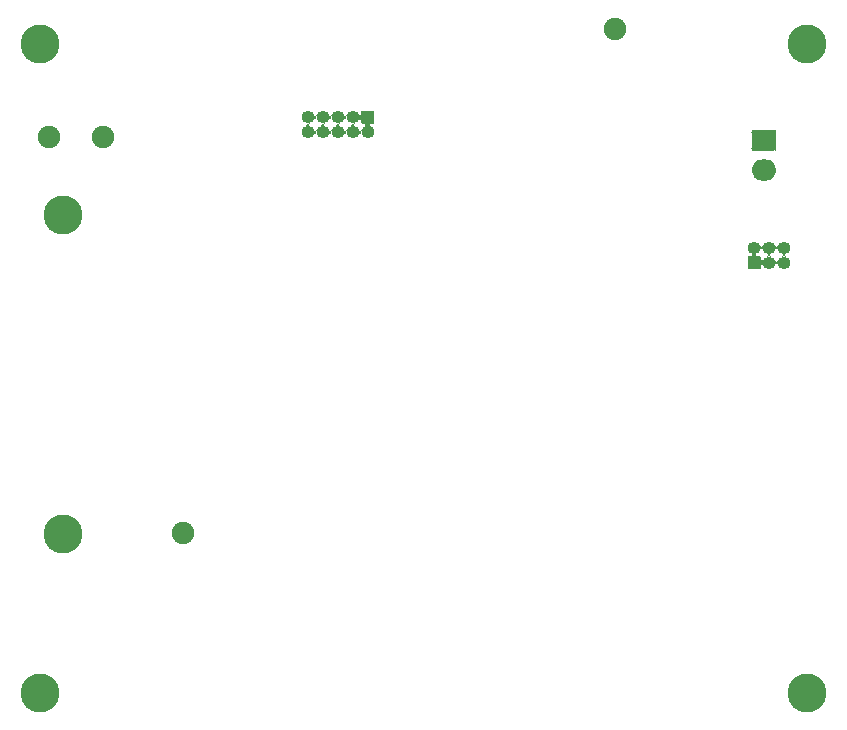
<source format=gbr>
G04 #@! TF.GenerationSoftware,KiCad,Pcbnew,5.1.9-73d0e3b20d~88~ubuntu20.04.1*
G04 #@! TF.CreationDate,2020-12-28T11:38:45+01:00*
G04 #@! TF.ProjectId,cam,63616d2e-6b69-4636-9164-5f7063625858,rev?*
G04 #@! TF.SameCoordinates,Original*
G04 #@! TF.FileFunction,Soldermask,Bot*
G04 #@! TF.FilePolarity,Negative*
%FSLAX46Y46*%
G04 Gerber Fmt 4.6, Leading zero omitted, Abs format (unit mm)*
G04 Created by KiCad (PCBNEW 5.1.9-73d0e3b20d~88~ubuntu20.04.1) date 2020-12-28 11:38:45*
%MOMM*%
%LPD*%
G01*
G04 APERTURE LIST*
%ADD10O,1.102000X1.102000*%
%ADD11C,1.902000*%
%ADD12C,3.302000*%
%ADD13O,2.102000X1.802000*%
%ADD14C,0.100000*%
G04 APERTURE END LIST*
D10*
X127698500Y-64516000D03*
X127698500Y-63246000D03*
X128968500Y-64516000D03*
X128968500Y-63246000D03*
X130238500Y-64516000D03*
X130238500Y-63246000D03*
X131508500Y-64516000D03*
X131508500Y-63246000D03*
X132778500Y-64516000D03*
G36*
G01*
X132278500Y-62695000D02*
X133278500Y-62695000D01*
G75*
G02*
X133329500Y-62746000I0J-51000D01*
G01*
X133329500Y-63746000D01*
G75*
G02*
X133278500Y-63797000I-51000J0D01*
G01*
X132278500Y-63797000D01*
G75*
G02*
X132227500Y-63746000I0J51000D01*
G01*
X132227500Y-62746000D01*
G75*
G02*
X132278500Y-62695000I51000J0D01*
G01*
G37*
X168021000Y-74295000D03*
X168021000Y-75565000D03*
X166751000Y-74295000D03*
X166751000Y-75565000D03*
X165481000Y-74295000D03*
G36*
G01*
X165981000Y-76116000D02*
X164981000Y-76116000D01*
G75*
G02*
X164930000Y-76065000I0J51000D01*
G01*
X164930000Y-75065000D01*
G75*
G02*
X164981000Y-75014000I51000J0D01*
G01*
X165981000Y-75014000D01*
G75*
G02*
X166032000Y-75065000I0J-51000D01*
G01*
X166032000Y-76065000D01*
G75*
G02*
X165981000Y-76116000I-51000J0D01*
G01*
G37*
D11*
X117094000Y-98425000D03*
X153670000Y-55753000D03*
X105791000Y-64897000D03*
X110337600Y-64897000D03*
D12*
X170000000Y-112000000D03*
X170000000Y-57000000D03*
X107000000Y-98500000D03*
X107000000Y-71500000D03*
X105000000Y-57000000D03*
X105000000Y-112000000D03*
D13*
X166319200Y-67701800D03*
G36*
G01*
X165533200Y-64300800D02*
X167105200Y-64300800D01*
G75*
G02*
X167370200Y-64565800I0J-265000D01*
G01*
X167370200Y-65837800D01*
G75*
G02*
X167105200Y-66102800I-265000J0D01*
G01*
X165533200Y-66102800D01*
G75*
G02*
X165268200Y-65837800I0J265000D01*
G01*
X165268200Y-64565800D01*
G75*
G02*
X165533200Y-64300800I265000J0D01*
G01*
G37*
D14*
G36*
X166033990Y-75242882D02*
G01*
X166036372Y-75267069D01*
X166043372Y-75290144D01*
X166054737Y-75311408D01*
X166070032Y-75330045D01*
X166088669Y-75345340D01*
X166109933Y-75356705D01*
X166133008Y-75363705D01*
X166156999Y-75366068D01*
X166180990Y-75363705D01*
X166204065Y-75356705D01*
X166225329Y-75345340D01*
X166243966Y-75330045D01*
X166259324Y-75311330D01*
X166262216Y-75307002D01*
X166264010Y-75306117D01*
X166265673Y-75307228D01*
X166265727Y-75308878D01*
X166225650Y-75405635D01*
X166204653Y-75511192D01*
X166204653Y-75618808D01*
X166225650Y-75724365D01*
X166265727Y-75821122D01*
X166265466Y-75823105D01*
X166263618Y-75823870D01*
X166262216Y-75822998D01*
X166259324Y-75818670D01*
X166243965Y-75799955D01*
X166225328Y-75784660D01*
X166204065Y-75773295D01*
X166180990Y-75766295D01*
X166156998Y-75763932D01*
X166133007Y-75766295D01*
X166109932Y-75773295D01*
X166088669Y-75784660D01*
X166070032Y-75799956D01*
X166054737Y-75818593D01*
X166043372Y-75839856D01*
X166036372Y-75862931D01*
X166033990Y-75887118D01*
X166032825Y-75888744D01*
X166030835Y-75888548D01*
X166030000Y-75886922D01*
X166030000Y-75243078D01*
X166031000Y-75241346D01*
X166033000Y-75241346D01*
X166033990Y-75242882D01*
G37*
G36*
X167500287Y-75392256D02*
G01*
X167500437Y-75394077D01*
X167495650Y-75405635D01*
X167474653Y-75511192D01*
X167474653Y-75618808D01*
X167495650Y-75724365D01*
X167500437Y-75735923D01*
X167500176Y-75737906D01*
X167498328Y-75738671D01*
X167496825Y-75737631D01*
X167488262Y-75721609D01*
X167472967Y-75702972D01*
X167454330Y-75687677D01*
X167433066Y-75676312D01*
X167409991Y-75669312D01*
X167386000Y-75666949D01*
X167362009Y-75669312D01*
X167338934Y-75676312D01*
X167317670Y-75687677D01*
X167299033Y-75702972D01*
X167283738Y-75721609D01*
X167275175Y-75737631D01*
X167273476Y-75738687D01*
X167271713Y-75737744D01*
X167271563Y-75735923D01*
X167276350Y-75724365D01*
X167297347Y-75618808D01*
X167297347Y-75511192D01*
X167276350Y-75405635D01*
X167271563Y-75394077D01*
X167271824Y-75392094D01*
X167273672Y-75391329D01*
X167275175Y-75392369D01*
X167283738Y-75408391D01*
X167299033Y-75427028D01*
X167317670Y-75442323D01*
X167338934Y-75453688D01*
X167362009Y-75460688D01*
X167386000Y-75463051D01*
X167409991Y-75460688D01*
X167433066Y-75453688D01*
X167454330Y-75442323D01*
X167472967Y-75427028D01*
X167488262Y-75408391D01*
X167496825Y-75392369D01*
X167498524Y-75391313D01*
X167500287Y-75392256D01*
G37*
G36*
X166923906Y-74815824D02*
G01*
X166924671Y-74817672D01*
X166923631Y-74819175D01*
X166907609Y-74827738D01*
X166888972Y-74843033D01*
X166873677Y-74861670D01*
X166862312Y-74882934D01*
X166855312Y-74906009D01*
X166852949Y-74930000D01*
X166855312Y-74953991D01*
X166862312Y-74977066D01*
X166873677Y-74998330D01*
X166888972Y-75016967D01*
X166907609Y-75032262D01*
X166923631Y-75040825D01*
X166924687Y-75042524D01*
X166923744Y-75044287D01*
X166921923Y-75044437D01*
X166910365Y-75039650D01*
X166804808Y-75018653D01*
X166697192Y-75018653D01*
X166591635Y-75039650D01*
X166580077Y-75044437D01*
X166578094Y-75044176D01*
X166577329Y-75042328D01*
X166578369Y-75040825D01*
X166594391Y-75032262D01*
X166613028Y-75016967D01*
X166628323Y-74998330D01*
X166639688Y-74977066D01*
X166646688Y-74953991D01*
X166649051Y-74930000D01*
X166646688Y-74906009D01*
X166639688Y-74882934D01*
X166628323Y-74861670D01*
X166613028Y-74843033D01*
X166594391Y-74827738D01*
X166578369Y-74819175D01*
X166577313Y-74817476D01*
X166578256Y-74815713D01*
X166580077Y-74815563D01*
X166591635Y-74820350D01*
X166697192Y-74841347D01*
X166804808Y-74841347D01*
X166910365Y-74820350D01*
X166921923Y-74815563D01*
X166923906Y-74815824D01*
G37*
G36*
X168193906Y-74815824D02*
G01*
X168194671Y-74817672D01*
X168193631Y-74819175D01*
X168177609Y-74827738D01*
X168158972Y-74843033D01*
X168143677Y-74861670D01*
X168132312Y-74882934D01*
X168125312Y-74906009D01*
X168122949Y-74930000D01*
X168125312Y-74953991D01*
X168132312Y-74977066D01*
X168143677Y-74998330D01*
X168158972Y-75016967D01*
X168177609Y-75032262D01*
X168193631Y-75040825D01*
X168194687Y-75042524D01*
X168193744Y-75044287D01*
X168191923Y-75044437D01*
X168180365Y-75039650D01*
X168074808Y-75018653D01*
X167967192Y-75018653D01*
X167861635Y-75039650D01*
X167850077Y-75044437D01*
X167848094Y-75044176D01*
X167847329Y-75042328D01*
X167848369Y-75040825D01*
X167864391Y-75032262D01*
X167883028Y-75016967D01*
X167898323Y-74998330D01*
X167909688Y-74977066D01*
X167916688Y-74953991D01*
X167919051Y-74930000D01*
X167916688Y-74906009D01*
X167909688Y-74882934D01*
X167898323Y-74861670D01*
X167883028Y-74843033D01*
X167864391Y-74827738D01*
X167848369Y-74819175D01*
X167847313Y-74817476D01*
X167848256Y-74815713D01*
X167850077Y-74815563D01*
X167861635Y-74820350D01*
X167967192Y-74841347D01*
X168074808Y-74841347D01*
X168180365Y-74820350D01*
X168191923Y-74815563D01*
X168193906Y-74815824D01*
G37*
G36*
X165739105Y-74780534D02*
G01*
X165739870Y-74782382D01*
X165738998Y-74783784D01*
X165734670Y-74786676D01*
X165715955Y-74802035D01*
X165700660Y-74820672D01*
X165689295Y-74841935D01*
X165682295Y-74865010D01*
X165679932Y-74889001D01*
X165682295Y-74912993D01*
X165689295Y-74936068D01*
X165700660Y-74957331D01*
X165715956Y-74975968D01*
X165734593Y-74991263D01*
X165755856Y-75002628D01*
X165778931Y-75009628D01*
X165803118Y-75012010D01*
X165804744Y-75013175D01*
X165804548Y-75015165D01*
X165802922Y-75016000D01*
X165159078Y-75016000D01*
X165157346Y-75015000D01*
X165157346Y-75013000D01*
X165158882Y-75012010D01*
X165183069Y-75009628D01*
X165206144Y-75002628D01*
X165227408Y-74991263D01*
X165246045Y-74975968D01*
X165261340Y-74957331D01*
X165272705Y-74936067D01*
X165279705Y-74912992D01*
X165282068Y-74889001D01*
X165279705Y-74865010D01*
X165272705Y-74841935D01*
X165261340Y-74820671D01*
X165246045Y-74802034D01*
X165227330Y-74786676D01*
X165223002Y-74783784D01*
X165222117Y-74781990D01*
X165223228Y-74780327D01*
X165224878Y-74780273D01*
X165321635Y-74820350D01*
X165427192Y-74841347D01*
X165534808Y-74841347D01*
X165640365Y-74820350D01*
X165737122Y-74780273D01*
X165739105Y-74780534D01*
G37*
G36*
X166230287Y-74122256D02*
G01*
X166230437Y-74124077D01*
X166225650Y-74135635D01*
X166204653Y-74241192D01*
X166204653Y-74348808D01*
X166225650Y-74454365D01*
X166230437Y-74465923D01*
X166230176Y-74467906D01*
X166228328Y-74468671D01*
X166226825Y-74467631D01*
X166218262Y-74451609D01*
X166202967Y-74432972D01*
X166184330Y-74417677D01*
X166163066Y-74406312D01*
X166139991Y-74399312D01*
X166116000Y-74396949D01*
X166092009Y-74399312D01*
X166068934Y-74406312D01*
X166047670Y-74417677D01*
X166029033Y-74432972D01*
X166013738Y-74451609D01*
X166005175Y-74467631D01*
X166003476Y-74468687D01*
X166001713Y-74467744D01*
X166001563Y-74465923D01*
X166006350Y-74454365D01*
X166027347Y-74348808D01*
X166027347Y-74241192D01*
X166006350Y-74135635D01*
X166001563Y-74124077D01*
X166001824Y-74122094D01*
X166003672Y-74121329D01*
X166005175Y-74122369D01*
X166013738Y-74138391D01*
X166029033Y-74157028D01*
X166047670Y-74172323D01*
X166068934Y-74183688D01*
X166092009Y-74190688D01*
X166116000Y-74193051D01*
X166139991Y-74190688D01*
X166163066Y-74183688D01*
X166184330Y-74172323D01*
X166202967Y-74157028D01*
X166218262Y-74138391D01*
X166226825Y-74122369D01*
X166228524Y-74121313D01*
X166230287Y-74122256D01*
G37*
G36*
X167500287Y-74122256D02*
G01*
X167500437Y-74124077D01*
X167495650Y-74135635D01*
X167474653Y-74241192D01*
X167474653Y-74348808D01*
X167495650Y-74454365D01*
X167500437Y-74465923D01*
X167500176Y-74467906D01*
X167498328Y-74468671D01*
X167496825Y-74467631D01*
X167488262Y-74451609D01*
X167472967Y-74432972D01*
X167454330Y-74417677D01*
X167433066Y-74406312D01*
X167409991Y-74399312D01*
X167386000Y-74396949D01*
X167362009Y-74399312D01*
X167338934Y-74406312D01*
X167317670Y-74417677D01*
X167299033Y-74432972D01*
X167283738Y-74451609D01*
X167275175Y-74467631D01*
X167273476Y-74468687D01*
X167271713Y-74467744D01*
X167271563Y-74465923D01*
X167276350Y-74454365D01*
X167297347Y-74348808D01*
X167297347Y-74241192D01*
X167276350Y-74135635D01*
X167271563Y-74124077D01*
X167271824Y-74122094D01*
X167273672Y-74121329D01*
X167275175Y-74122369D01*
X167283738Y-74138391D01*
X167299033Y-74157028D01*
X167317670Y-74172323D01*
X167338934Y-74183688D01*
X167362009Y-74190688D01*
X167386000Y-74193051D01*
X167409991Y-74190688D01*
X167433066Y-74183688D01*
X167454330Y-74172323D01*
X167472967Y-74157028D01*
X167488262Y-74138391D01*
X167496825Y-74122369D01*
X167498524Y-74121313D01*
X167500287Y-74122256D01*
G37*
G36*
X167371365Y-65836174D02*
G01*
X167372200Y-65837800D01*
X167372200Y-65919897D01*
X167372190Y-65920093D01*
X167368201Y-65960596D01*
X167368125Y-65960981D01*
X167358099Y-65994033D01*
X167357949Y-65994395D01*
X167341672Y-66024846D01*
X167341454Y-66025172D01*
X167319545Y-66051868D01*
X167319268Y-66052145D01*
X167292572Y-66074054D01*
X167292246Y-66074272D01*
X167261795Y-66090549D01*
X167261433Y-66090699D01*
X167228381Y-66100725D01*
X167227996Y-66100801D01*
X167187493Y-66104790D01*
X167187297Y-66104800D01*
X167105200Y-66104800D01*
X167103468Y-66103800D01*
X167103468Y-66101800D01*
X167105004Y-66100810D01*
X167156504Y-66095738D01*
X167205842Y-66080771D01*
X167251310Y-66056468D01*
X167291162Y-66023762D01*
X167323868Y-65983910D01*
X167348171Y-65938442D01*
X167363138Y-65889104D01*
X167368210Y-65837604D01*
X167369375Y-65835978D01*
X167371365Y-65836174D01*
G37*
G36*
X165270190Y-65837604D02*
G01*
X165275262Y-65889104D01*
X165290229Y-65938442D01*
X165314532Y-65983910D01*
X165347238Y-66023762D01*
X165387090Y-66056468D01*
X165432558Y-66080771D01*
X165481896Y-66095738D01*
X165533396Y-66100810D01*
X165535022Y-66101975D01*
X165534826Y-66103965D01*
X165533200Y-66104800D01*
X165451103Y-66104800D01*
X165450907Y-66104790D01*
X165410404Y-66100801D01*
X165410019Y-66100725D01*
X165376967Y-66090699D01*
X165376605Y-66090549D01*
X165346154Y-66074272D01*
X165345828Y-66074054D01*
X165319132Y-66052145D01*
X165318855Y-66051868D01*
X165296946Y-66025172D01*
X165296728Y-66024846D01*
X165280451Y-65994395D01*
X165280301Y-65994033D01*
X165270275Y-65960981D01*
X165270199Y-65960596D01*
X165266210Y-65920093D01*
X165266200Y-65919897D01*
X165266200Y-65837800D01*
X165267200Y-65836068D01*
X165269200Y-65836068D01*
X165270190Y-65837604D01*
G37*
G36*
X132257787Y-64343256D02*
G01*
X132257937Y-64345077D01*
X132253150Y-64356635D01*
X132232153Y-64462192D01*
X132232153Y-64569808D01*
X132253150Y-64675365D01*
X132257937Y-64686923D01*
X132257676Y-64688906D01*
X132255828Y-64689671D01*
X132254325Y-64688631D01*
X132245762Y-64672609D01*
X132230467Y-64653972D01*
X132211830Y-64638677D01*
X132190566Y-64627312D01*
X132167491Y-64620312D01*
X132143500Y-64617949D01*
X132119509Y-64620312D01*
X132096434Y-64627312D01*
X132075170Y-64638677D01*
X132056533Y-64653972D01*
X132041238Y-64672609D01*
X132032675Y-64688631D01*
X132030976Y-64689687D01*
X132029213Y-64688744D01*
X132029063Y-64686923D01*
X132033850Y-64675365D01*
X132054847Y-64569808D01*
X132054847Y-64462192D01*
X132033850Y-64356635D01*
X132029063Y-64345077D01*
X132029324Y-64343094D01*
X132031172Y-64342329D01*
X132032675Y-64343369D01*
X132041238Y-64359391D01*
X132056533Y-64378028D01*
X132075170Y-64393323D01*
X132096434Y-64404688D01*
X132119509Y-64411688D01*
X132143500Y-64414051D01*
X132167491Y-64411688D01*
X132190566Y-64404688D01*
X132211830Y-64393323D01*
X132230467Y-64378028D01*
X132245762Y-64359391D01*
X132254325Y-64343369D01*
X132256024Y-64342313D01*
X132257787Y-64343256D01*
G37*
G36*
X128447787Y-64343256D02*
G01*
X128447937Y-64345077D01*
X128443150Y-64356635D01*
X128422153Y-64462192D01*
X128422153Y-64569808D01*
X128443150Y-64675365D01*
X128447937Y-64686923D01*
X128447676Y-64688906D01*
X128445828Y-64689671D01*
X128444325Y-64688631D01*
X128435762Y-64672609D01*
X128420467Y-64653972D01*
X128401830Y-64638677D01*
X128380566Y-64627312D01*
X128357491Y-64620312D01*
X128333500Y-64617949D01*
X128309509Y-64620312D01*
X128286434Y-64627312D01*
X128265170Y-64638677D01*
X128246533Y-64653972D01*
X128231238Y-64672609D01*
X128222675Y-64688631D01*
X128220976Y-64689687D01*
X128219213Y-64688744D01*
X128219063Y-64686923D01*
X128223850Y-64675365D01*
X128244847Y-64569808D01*
X128244847Y-64462192D01*
X128223850Y-64356635D01*
X128219063Y-64345077D01*
X128219324Y-64343094D01*
X128221172Y-64342329D01*
X128222675Y-64343369D01*
X128231238Y-64359391D01*
X128246533Y-64378028D01*
X128265170Y-64393323D01*
X128286434Y-64404688D01*
X128309509Y-64411688D01*
X128333500Y-64414051D01*
X128357491Y-64411688D01*
X128380566Y-64404688D01*
X128401830Y-64393323D01*
X128420467Y-64378028D01*
X128435762Y-64359391D01*
X128444325Y-64343369D01*
X128446024Y-64342313D01*
X128447787Y-64343256D01*
G37*
G36*
X129717787Y-64343256D02*
G01*
X129717937Y-64345077D01*
X129713150Y-64356635D01*
X129692153Y-64462192D01*
X129692153Y-64569808D01*
X129713150Y-64675365D01*
X129717937Y-64686923D01*
X129717676Y-64688906D01*
X129715828Y-64689671D01*
X129714325Y-64688631D01*
X129705762Y-64672609D01*
X129690467Y-64653972D01*
X129671830Y-64638677D01*
X129650566Y-64627312D01*
X129627491Y-64620312D01*
X129603500Y-64617949D01*
X129579509Y-64620312D01*
X129556434Y-64627312D01*
X129535170Y-64638677D01*
X129516533Y-64653972D01*
X129501238Y-64672609D01*
X129492675Y-64688631D01*
X129490976Y-64689687D01*
X129489213Y-64688744D01*
X129489063Y-64686923D01*
X129493850Y-64675365D01*
X129514847Y-64569808D01*
X129514847Y-64462192D01*
X129493850Y-64356635D01*
X129489063Y-64345077D01*
X129489324Y-64343094D01*
X129491172Y-64342329D01*
X129492675Y-64343369D01*
X129501238Y-64359391D01*
X129516533Y-64378028D01*
X129535170Y-64393323D01*
X129556434Y-64404688D01*
X129579509Y-64411688D01*
X129603500Y-64414051D01*
X129627491Y-64411688D01*
X129650566Y-64404688D01*
X129671830Y-64393323D01*
X129690467Y-64378028D01*
X129705762Y-64359391D01*
X129714325Y-64343369D01*
X129716024Y-64342313D01*
X129717787Y-64343256D01*
G37*
G36*
X130987787Y-64343256D02*
G01*
X130987937Y-64345077D01*
X130983150Y-64356635D01*
X130962153Y-64462192D01*
X130962153Y-64569808D01*
X130983150Y-64675365D01*
X130987937Y-64686923D01*
X130987676Y-64688906D01*
X130985828Y-64689671D01*
X130984325Y-64688631D01*
X130975762Y-64672609D01*
X130960467Y-64653972D01*
X130941830Y-64638677D01*
X130920566Y-64627312D01*
X130897491Y-64620312D01*
X130873500Y-64617949D01*
X130849509Y-64620312D01*
X130826434Y-64627312D01*
X130805170Y-64638677D01*
X130786533Y-64653972D01*
X130771238Y-64672609D01*
X130762675Y-64688631D01*
X130760976Y-64689687D01*
X130759213Y-64688744D01*
X130759063Y-64686923D01*
X130763850Y-64675365D01*
X130784847Y-64569808D01*
X130784847Y-64462192D01*
X130763850Y-64356635D01*
X130759063Y-64345077D01*
X130759324Y-64343094D01*
X130761172Y-64342329D01*
X130762675Y-64343369D01*
X130771238Y-64359391D01*
X130786533Y-64378028D01*
X130805170Y-64393323D01*
X130826434Y-64404688D01*
X130849509Y-64411688D01*
X130873500Y-64414051D01*
X130897491Y-64411688D01*
X130920566Y-64404688D01*
X130941830Y-64393323D01*
X130960467Y-64378028D01*
X130975762Y-64359391D01*
X130984325Y-64343369D01*
X130986024Y-64342313D01*
X130987787Y-64343256D01*
G37*
G36*
X165534932Y-64299800D02*
G01*
X165534932Y-64301800D01*
X165533396Y-64302790D01*
X165481896Y-64307862D01*
X165432558Y-64322829D01*
X165387090Y-64347132D01*
X165347238Y-64379838D01*
X165314532Y-64419690D01*
X165290229Y-64465158D01*
X165275262Y-64514496D01*
X165270190Y-64565996D01*
X165269025Y-64567622D01*
X165267035Y-64567426D01*
X165266200Y-64565800D01*
X165266200Y-64483703D01*
X165266210Y-64483507D01*
X165270199Y-64443004D01*
X165270275Y-64442619D01*
X165280301Y-64409567D01*
X165280451Y-64409205D01*
X165296728Y-64378754D01*
X165296946Y-64378428D01*
X165318855Y-64351732D01*
X165319132Y-64351455D01*
X165345828Y-64329546D01*
X165346154Y-64329328D01*
X165376605Y-64313051D01*
X165376967Y-64312901D01*
X165410019Y-64302875D01*
X165410404Y-64302799D01*
X165450907Y-64298810D01*
X165451103Y-64298800D01*
X165533200Y-64298800D01*
X165534932Y-64299800D01*
G37*
G36*
X167187493Y-64298810D02*
G01*
X167227996Y-64302799D01*
X167228381Y-64302875D01*
X167261433Y-64312901D01*
X167261795Y-64313051D01*
X167292246Y-64329328D01*
X167292572Y-64329546D01*
X167319268Y-64351455D01*
X167319545Y-64351732D01*
X167341454Y-64378428D01*
X167341672Y-64378754D01*
X167357949Y-64409205D01*
X167358099Y-64409567D01*
X167368125Y-64442619D01*
X167368201Y-64443004D01*
X167372190Y-64483507D01*
X167372200Y-64483703D01*
X167372200Y-64565800D01*
X167371200Y-64567532D01*
X167369200Y-64567532D01*
X167368210Y-64565996D01*
X167363138Y-64514496D01*
X167348171Y-64465158D01*
X167323868Y-64419690D01*
X167291162Y-64379838D01*
X167251310Y-64347132D01*
X167205842Y-64322829D01*
X167156504Y-64307862D01*
X167105004Y-64302790D01*
X167103378Y-64301625D01*
X167103574Y-64299635D01*
X167105200Y-64298800D01*
X167187297Y-64298800D01*
X167187493Y-64298810D01*
G37*
G36*
X133102154Y-63796000D02*
G01*
X133102154Y-63798000D01*
X133100618Y-63798990D01*
X133076431Y-63801372D01*
X133053356Y-63808372D01*
X133032092Y-63819737D01*
X133013455Y-63835032D01*
X132998160Y-63853669D01*
X132986795Y-63874933D01*
X132979795Y-63898008D01*
X132977432Y-63921998D01*
X132979795Y-63945990D01*
X132986795Y-63969065D01*
X132998160Y-63990329D01*
X133013455Y-64008966D01*
X133032170Y-64024324D01*
X133036498Y-64027216D01*
X133037383Y-64029010D01*
X133036272Y-64030673D01*
X133034622Y-64030727D01*
X132937865Y-63990650D01*
X132832308Y-63969653D01*
X132724692Y-63969653D01*
X132619135Y-63990650D01*
X132522378Y-64030727D01*
X132520395Y-64030466D01*
X132519630Y-64028618D01*
X132520502Y-64027216D01*
X132524830Y-64024324D01*
X132543545Y-64008965D01*
X132558840Y-63990328D01*
X132570205Y-63969065D01*
X132577205Y-63945990D01*
X132579568Y-63921998D01*
X132577205Y-63898007D01*
X132570205Y-63874932D01*
X132558840Y-63853669D01*
X132543544Y-63835032D01*
X132524907Y-63819737D01*
X132503644Y-63808372D01*
X132480569Y-63801372D01*
X132456382Y-63798990D01*
X132454756Y-63797825D01*
X132454952Y-63795835D01*
X132456578Y-63795000D01*
X133100422Y-63795000D01*
X133102154Y-63796000D01*
G37*
G36*
X131681406Y-63766824D02*
G01*
X131682171Y-63768672D01*
X131681131Y-63770175D01*
X131665109Y-63778738D01*
X131646472Y-63794033D01*
X131631177Y-63812670D01*
X131619812Y-63833934D01*
X131612812Y-63857009D01*
X131610449Y-63881000D01*
X131612812Y-63904991D01*
X131619812Y-63928066D01*
X131631177Y-63949330D01*
X131646472Y-63967967D01*
X131665109Y-63983262D01*
X131681131Y-63991825D01*
X131682187Y-63993524D01*
X131681244Y-63995287D01*
X131679423Y-63995437D01*
X131667865Y-63990650D01*
X131562308Y-63969653D01*
X131454692Y-63969653D01*
X131349135Y-63990650D01*
X131337577Y-63995437D01*
X131335594Y-63995176D01*
X131334829Y-63993328D01*
X131335869Y-63991825D01*
X131351891Y-63983262D01*
X131370528Y-63967967D01*
X131385823Y-63949330D01*
X131397188Y-63928066D01*
X131404188Y-63904991D01*
X131406551Y-63881000D01*
X131404188Y-63857009D01*
X131397188Y-63833934D01*
X131385823Y-63812670D01*
X131370528Y-63794033D01*
X131351891Y-63778738D01*
X131335869Y-63770175D01*
X131334813Y-63768476D01*
X131335756Y-63766713D01*
X131337577Y-63766563D01*
X131349135Y-63771350D01*
X131454692Y-63792347D01*
X131562308Y-63792347D01*
X131667865Y-63771350D01*
X131679423Y-63766563D01*
X131681406Y-63766824D01*
G37*
G36*
X127871406Y-63766824D02*
G01*
X127872171Y-63768672D01*
X127871131Y-63770175D01*
X127855109Y-63778738D01*
X127836472Y-63794033D01*
X127821177Y-63812670D01*
X127809812Y-63833934D01*
X127802812Y-63857009D01*
X127800449Y-63881000D01*
X127802812Y-63904991D01*
X127809812Y-63928066D01*
X127821177Y-63949330D01*
X127836472Y-63967967D01*
X127855109Y-63983262D01*
X127871131Y-63991825D01*
X127872187Y-63993524D01*
X127871244Y-63995287D01*
X127869423Y-63995437D01*
X127857865Y-63990650D01*
X127752308Y-63969653D01*
X127644692Y-63969653D01*
X127539135Y-63990650D01*
X127527577Y-63995437D01*
X127525594Y-63995176D01*
X127524829Y-63993328D01*
X127525869Y-63991825D01*
X127541891Y-63983262D01*
X127560528Y-63967967D01*
X127575823Y-63949330D01*
X127587188Y-63928066D01*
X127594188Y-63904991D01*
X127596551Y-63881000D01*
X127594188Y-63857009D01*
X127587188Y-63833934D01*
X127575823Y-63812670D01*
X127560528Y-63794033D01*
X127541891Y-63778738D01*
X127525869Y-63770175D01*
X127524813Y-63768476D01*
X127525756Y-63766713D01*
X127527577Y-63766563D01*
X127539135Y-63771350D01*
X127644692Y-63792347D01*
X127752308Y-63792347D01*
X127857865Y-63771350D01*
X127869423Y-63766563D01*
X127871406Y-63766824D01*
G37*
G36*
X130411406Y-63766824D02*
G01*
X130412171Y-63768672D01*
X130411131Y-63770175D01*
X130395109Y-63778738D01*
X130376472Y-63794033D01*
X130361177Y-63812670D01*
X130349812Y-63833934D01*
X130342812Y-63857009D01*
X130340449Y-63881000D01*
X130342812Y-63904991D01*
X130349812Y-63928066D01*
X130361177Y-63949330D01*
X130376472Y-63967967D01*
X130395109Y-63983262D01*
X130411131Y-63991825D01*
X130412187Y-63993524D01*
X130411244Y-63995287D01*
X130409423Y-63995437D01*
X130397865Y-63990650D01*
X130292308Y-63969653D01*
X130184692Y-63969653D01*
X130079135Y-63990650D01*
X130067577Y-63995437D01*
X130065594Y-63995176D01*
X130064829Y-63993328D01*
X130065869Y-63991825D01*
X130081891Y-63983262D01*
X130100528Y-63967967D01*
X130115823Y-63949330D01*
X130127188Y-63928066D01*
X130134188Y-63904991D01*
X130136551Y-63881000D01*
X130134188Y-63857009D01*
X130127188Y-63833934D01*
X130115823Y-63812670D01*
X130100528Y-63794033D01*
X130081891Y-63778738D01*
X130065869Y-63770175D01*
X130064813Y-63768476D01*
X130065756Y-63766713D01*
X130067577Y-63766563D01*
X130079135Y-63771350D01*
X130184692Y-63792347D01*
X130292308Y-63792347D01*
X130397865Y-63771350D01*
X130409423Y-63766563D01*
X130411406Y-63766824D01*
G37*
G36*
X129141406Y-63766824D02*
G01*
X129142171Y-63768672D01*
X129141131Y-63770175D01*
X129125109Y-63778738D01*
X129106472Y-63794033D01*
X129091177Y-63812670D01*
X129079812Y-63833934D01*
X129072812Y-63857009D01*
X129070449Y-63881000D01*
X129072812Y-63904991D01*
X129079812Y-63928066D01*
X129091177Y-63949330D01*
X129106472Y-63967967D01*
X129125109Y-63983262D01*
X129141131Y-63991825D01*
X129142187Y-63993524D01*
X129141244Y-63995287D01*
X129139423Y-63995437D01*
X129127865Y-63990650D01*
X129022308Y-63969653D01*
X128914692Y-63969653D01*
X128809135Y-63990650D01*
X128797577Y-63995437D01*
X128795594Y-63995176D01*
X128794829Y-63993328D01*
X128795869Y-63991825D01*
X128811891Y-63983262D01*
X128830528Y-63967967D01*
X128845823Y-63949330D01*
X128857188Y-63928066D01*
X128864188Y-63904991D01*
X128866551Y-63881000D01*
X128864188Y-63857009D01*
X128857188Y-63833934D01*
X128845823Y-63812670D01*
X128830528Y-63794033D01*
X128811891Y-63778738D01*
X128795869Y-63770175D01*
X128794813Y-63768476D01*
X128795756Y-63766713D01*
X128797577Y-63766563D01*
X128809135Y-63771350D01*
X128914692Y-63792347D01*
X129022308Y-63792347D01*
X129127865Y-63771350D01*
X129139423Y-63766563D01*
X129141406Y-63766824D01*
G37*
G36*
X132228665Y-62922452D02*
G01*
X132229500Y-62924078D01*
X132229500Y-63567922D01*
X132228500Y-63569654D01*
X132226500Y-63569654D01*
X132225510Y-63568118D01*
X132223128Y-63543931D01*
X132216128Y-63520856D01*
X132204763Y-63499592D01*
X132189468Y-63480955D01*
X132170831Y-63465660D01*
X132149567Y-63454295D01*
X132126492Y-63447295D01*
X132102501Y-63444932D01*
X132078510Y-63447295D01*
X132055435Y-63454295D01*
X132034171Y-63465660D01*
X132015534Y-63480955D01*
X132000176Y-63499670D01*
X131997284Y-63503998D01*
X131995490Y-63504883D01*
X131993827Y-63503772D01*
X131993773Y-63502122D01*
X132033850Y-63405365D01*
X132054847Y-63299808D01*
X132054847Y-63192192D01*
X132033850Y-63086635D01*
X131993773Y-62989878D01*
X131994034Y-62987895D01*
X131995882Y-62987130D01*
X131997284Y-62988002D01*
X132000176Y-62992330D01*
X132015535Y-63011045D01*
X132034172Y-63026340D01*
X132055435Y-63037705D01*
X132078510Y-63044705D01*
X132102502Y-63047068D01*
X132126493Y-63044705D01*
X132149568Y-63037705D01*
X132170831Y-63026340D01*
X132189468Y-63011044D01*
X132204763Y-62992407D01*
X132216128Y-62971144D01*
X132223128Y-62948069D01*
X132225510Y-62923882D01*
X132226675Y-62922256D01*
X132228665Y-62922452D01*
G37*
G36*
X128447787Y-63073256D02*
G01*
X128447937Y-63075077D01*
X128443150Y-63086635D01*
X128422153Y-63192192D01*
X128422153Y-63299808D01*
X128443150Y-63405365D01*
X128447937Y-63416923D01*
X128447676Y-63418906D01*
X128445828Y-63419671D01*
X128444325Y-63418631D01*
X128435762Y-63402609D01*
X128420467Y-63383972D01*
X128401830Y-63368677D01*
X128380566Y-63357312D01*
X128357491Y-63350312D01*
X128333500Y-63347949D01*
X128309509Y-63350312D01*
X128286434Y-63357312D01*
X128265170Y-63368677D01*
X128246533Y-63383972D01*
X128231238Y-63402609D01*
X128222675Y-63418631D01*
X128220976Y-63419687D01*
X128219213Y-63418744D01*
X128219063Y-63416923D01*
X128223850Y-63405365D01*
X128244847Y-63299808D01*
X128244847Y-63192192D01*
X128223850Y-63086635D01*
X128219063Y-63075077D01*
X128219324Y-63073094D01*
X128221172Y-63072329D01*
X128222675Y-63073369D01*
X128231238Y-63089391D01*
X128246533Y-63108028D01*
X128265170Y-63123323D01*
X128286434Y-63134688D01*
X128309509Y-63141688D01*
X128333500Y-63144051D01*
X128357491Y-63141688D01*
X128380566Y-63134688D01*
X128401830Y-63123323D01*
X128420467Y-63108028D01*
X128435762Y-63089391D01*
X128444325Y-63073369D01*
X128446024Y-63072313D01*
X128447787Y-63073256D01*
G37*
G36*
X130987787Y-63073256D02*
G01*
X130987937Y-63075077D01*
X130983150Y-63086635D01*
X130962153Y-63192192D01*
X130962153Y-63299808D01*
X130983150Y-63405365D01*
X130987937Y-63416923D01*
X130987676Y-63418906D01*
X130985828Y-63419671D01*
X130984325Y-63418631D01*
X130975762Y-63402609D01*
X130960467Y-63383972D01*
X130941830Y-63368677D01*
X130920566Y-63357312D01*
X130897491Y-63350312D01*
X130873500Y-63347949D01*
X130849509Y-63350312D01*
X130826434Y-63357312D01*
X130805170Y-63368677D01*
X130786533Y-63383972D01*
X130771238Y-63402609D01*
X130762675Y-63418631D01*
X130760976Y-63419687D01*
X130759213Y-63418744D01*
X130759063Y-63416923D01*
X130763850Y-63405365D01*
X130784847Y-63299808D01*
X130784847Y-63192192D01*
X130763850Y-63086635D01*
X130759063Y-63075077D01*
X130759324Y-63073094D01*
X130761172Y-63072329D01*
X130762675Y-63073369D01*
X130771238Y-63089391D01*
X130786533Y-63108028D01*
X130805170Y-63123323D01*
X130826434Y-63134688D01*
X130849509Y-63141688D01*
X130873500Y-63144051D01*
X130897491Y-63141688D01*
X130920566Y-63134688D01*
X130941830Y-63123323D01*
X130960467Y-63108028D01*
X130975762Y-63089391D01*
X130984325Y-63073369D01*
X130986024Y-63072313D01*
X130987787Y-63073256D01*
G37*
G36*
X129717787Y-63073256D02*
G01*
X129717937Y-63075077D01*
X129713150Y-63086635D01*
X129692153Y-63192192D01*
X129692153Y-63299808D01*
X129713150Y-63405365D01*
X129717937Y-63416923D01*
X129717676Y-63418906D01*
X129715828Y-63419671D01*
X129714325Y-63418631D01*
X129705762Y-63402609D01*
X129690467Y-63383972D01*
X129671830Y-63368677D01*
X129650566Y-63357312D01*
X129627491Y-63350312D01*
X129603500Y-63347949D01*
X129579509Y-63350312D01*
X129556434Y-63357312D01*
X129535170Y-63368677D01*
X129516533Y-63383972D01*
X129501238Y-63402609D01*
X129492675Y-63418631D01*
X129490976Y-63419687D01*
X129489213Y-63418744D01*
X129489063Y-63416923D01*
X129493850Y-63405365D01*
X129514847Y-63299808D01*
X129514847Y-63192192D01*
X129493850Y-63086635D01*
X129489063Y-63075077D01*
X129489324Y-63073094D01*
X129491172Y-63072329D01*
X129492675Y-63073369D01*
X129501238Y-63089391D01*
X129516533Y-63108028D01*
X129535170Y-63123323D01*
X129556434Y-63134688D01*
X129579509Y-63141688D01*
X129603500Y-63144051D01*
X129627491Y-63141688D01*
X129650566Y-63134688D01*
X129671830Y-63123323D01*
X129690467Y-63108028D01*
X129705762Y-63089391D01*
X129714325Y-63073369D01*
X129716024Y-63072313D01*
X129717787Y-63073256D01*
G37*
M02*

</source>
